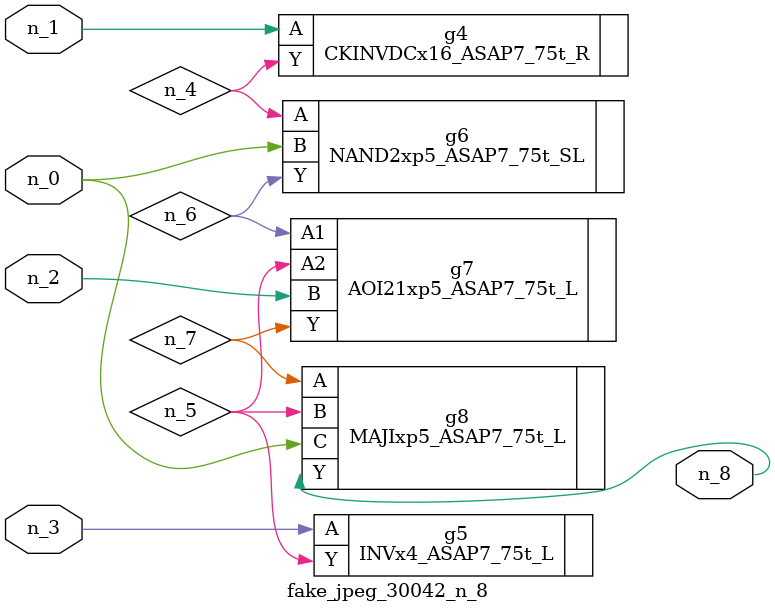
<source format=v>
module fake_jpeg_30042_n_8 (n_0, n_3, n_2, n_1, n_8);

input n_0;
input n_3;
input n_2;
input n_1;

output n_8;

wire n_4;
wire n_6;
wire n_5;
wire n_7;

CKINVDCx16_ASAP7_75t_R g4 ( 
.A(n_1),
.Y(n_4)
);

INVx4_ASAP7_75t_L g5 ( 
.A(n_3),
.Y(n_5)
);

NAND2xp5_ASAP7_75t_SL g6 ( 
.A(n_4),
.B(n_0),
.Y(n_6)
);

AOI21xp5_ASAP7_75t_L g7 ( 
.A1(n_6),
.A2(n_5),
.B(n_2),
.Y(n_7)
);

MAJIxp5_ASAP7_75t_L g8 ( 
.A(n_7),
.B(n_5),
.C(n_0),
.Y(n_8)
);


endmodule
</source>
